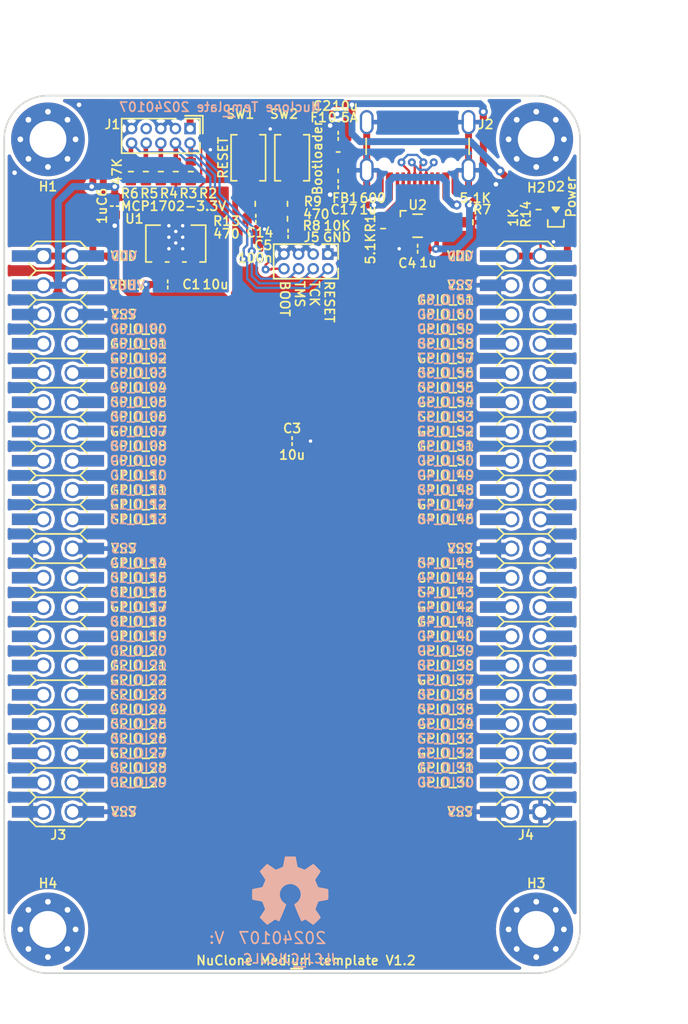
<source format=kicad_pcb>
(kicad_pcb (version 20221018) (generator pcbnew)
  (layers (0 "F.Cu" mixed) (31 "B.Cu" mixed) (34 "B.Paste" user) (35 "F.Paste" user) (36 "B.SilkS" user "B.Silkscreen") (37 "F.SilkS" user "F.Silkscreen") (38 "B.Mask" user) (39 "F.Mask" user) (44 "Edge.Cuts" user))
  (net 0 "")
  (net 1 "/VBUS")
  (net 2 "Net-(F1-Pad2)")
  (net 3 "/VDD")
  (net 4 "/VSS")
  (net 5 "Net-(D2-A)")
  (net 6 "/GPIO_28")
  (net 7 "/GPIO_29")
  (net 8 "/GPIO_32")
  (net 9 "/GPIO_31")
  (net 10 "/GPIO_30")
  (net 11 "/GPIO_35")
  (net 12 "/GPIO_34")
  (net 13 "/GPIO_33")
  (net 14 "/TMS")
  (net 15 "/TCK")
  (net 16 "/TDO")
  (net 17 "/TDI")
  (net 18 "/RESET")
  (net 19 "Net-(R13-Pad2)")
  (net 21 "Net-(C17-Pad2)")
  (net 22 "Net-(J2-CC1)")
  (net 24 "Net-(J2-CC2)")
  (net 26 "/Bootloader")
  (net 27 "/GPIO_20")
  (net 28 "/GPIO_23")
  (net 29 "/GPIO_27")
  (net 30 "/GPIO_16")
  (net 31 "/GPIO_21")
  (net 32 "/GPIO_19")
  (net 33 "/GPIO_17")
  (net 34 "/GPIO_18")
  (net 35 "/GPIO_15")
  (net 36 "/GPIO_14")
  (net 37 "/GPIO_22")
  (net 38 "/GPIO_24")
  (net 39 "/GPIO_25")
  (net 40 "/GPIO_26")
  (net 41 "/GPIO_13")
  (net 42 "/GPIO_12")
  (net 43 "/GPIO_11")
  (net 44 "/GPIO_10")
  (net 45 "/GPIO_09")
  (net 46 "/GPIO_08")
  (net 47 "/GPIO_07")
  (net 48 "/GPIO_06")
  (net 49 "/GPIO_05")
  (net 50 "/GPIO_04")
  (net 51 "/GPIO_03")
  (net 52 "/GPIO_02")
  (net 53 "/GPIO_01")
  (net 54 "/GPIO_00")
  (net 55 "/GPIO_41")
  (net 56 "/GPIO_40")
  (net 57 "/GPIO_39")
  (net 58 "/GPIO_38")
  (net 59 "/GPIO_37")
  (net 60 "/GPIO_36")
  (net 61 "/GPIO_45")
  (net 62 "/GPIO_44")
  (net 63 "/GPIO_43")
  (net 64 "/GPIO_42")
  (net 65 "/GPIO_61")
  (net 66 "/GPIO_60")
  (net 67 "/GPIO_59")
  (net 68 "/GPIO_58")
  (net 69 "/GPIO_57")
  (net 70 "/GPIO_56")
  (net 71 "/GPIO_55")
  (net 72 "/GPIO_54")
  (net 73 "/GPIO_53")
  (net 74 "/GPIO_52")
  (net 75 "/GPIO_51")
  (net 76 "/GPIO_50")
  (net 77 "/GPIO_49")
  (net 78 "/GPIO_48")
  (net 79 "/GPIO_47")
  (net 80 "/GPIO_46")
  (net 81 "/DN")
  (net 84 "/DP")
  (net 85 "Net-(R9-Pad2)")
  (footprint "SquantorPcbOutline:MountingHole_3.2mm_M3_Pad_Via" (layer "F.Cu") (at 63.9 64.8)
    (fp_text reference "H1")
    (fp_text value "MountingHole")
  )
  (footprint "SquantorPcbOutline:MountingHole_3.2mm_M3_Pad_Via" (layer "F.Cu") (at 106.3 64.8)
    (fp_text reference "H2")
    (fp_text value "MountingHole")
  )
  (footprint "SquantorPcbOutline:MountingHole_3.2mm_M3_Pad_Via" (layer "F.Cu") (at 106.3 133.4)
    (fp_text reference "H3")
    (fp_text value "MountingHole")
  )
  (footprint "SquantorPcbOutline:MountingHole_3.2mm_M3_Pad_Via" (layer "F.Cu") (at 63.9 133.4)
    (fp_text reference "H4")
    (fp_text value "MountingHole")
  )
  (footprint "SquantorCapacitor:C_0603" (layer "F.Cu") (at 89.1 64.5)
    (fp_text reference "C2")
    (fp_text value "10u")
  )
  (footprint "SquantorFuse:F_0603_hand" (layer "F.Cu") (at 89.1 65.9 180)
    (fp_text reference "F1")
    (fp_text value "0.5A")
  )
  (footprint "SquantorInductor:L_0603" (layer "F.Cu") (at 89.1 67.3)
    (fp_text reference "FB1")
    (fp_text value "600")
  )
  (footprint "SquantorConnectors:Header-0127-2X05-H006" (layer "F.Cu") (at 73.7 64.5 180)
    (fp_text reference "J1")
    (fp_text value "JTAG_2X05")
  )
  (footprint "SquantorSwitches:TD-85XU" (layer "F.Cu") (at 81.3 66.4 -90)
    (fp_text reference "SW1")
    (fp_text value "RESET")
  )
  (footprint "SquantorResistor:R_0603_hand" (layer "F.Cu") (at 93 72.55 90)
    (fp_text reference "R1")
    (fp_text value "5.1K")
  )
  (footprint "SquantorUsb:USB-C-HRO-31-M-12_aisler" (layer "F.Cu") (at 96 68.4 180)
    (fp_text reference "J2")
    (fp_text value "TYPE-C-31-M-12")
  )
  (footprint "SquantorResistor:R_0603_hand" (layer "F.Cu") (at 75 67.6 -90)
    (fp_text reference "R3")
    (fp_text value "47K")
  )
  (footprint "SquantorResistor:R_0603_hand" (layer "F.Cu") (at 72.4 67.6 -90)
    (fp_text reference "R5")
    (fp_text value "47K")
  )
  (footprint "SquantorResistor:R_0603_hand" (layer "F.Cu") (at 71.1 67.6 -90)
    (fp_text reference "R6")
    (fp_text value "47K")
  )
  (footprint "SquantorLabels:Label_Generic" (layer "F.Cu") (at 85.5 136.2)
    (fp_text reference "N4" hide)
    (fp_text value "NuClone Medium template V1.2")
  )
  (footprint "SquantorCapacitor:C_0603" (layer "F.Cu") (at 81.95 71.7 180)
    (fp_text reference "C14")
    (fp_text value "100n")
  )
  (footprint "SquantorResistor:R_0603_hand" (layer "F.Cu") (at 81.9 70.4)
    (fp_text reference "R13")
    (fp_text value "470")
  )
  (footprint "SquantorDiodes:LED_0603_hand" (layer "F.Cu") (at 108 70.9 90)
    (fp_text reference "D2")
    (fp_text value "GREEN")
  )
  (footprint "SquantorResistor:R_0603_hand" (layer "F.Cu") (at 106.5 70.9 -90)
    (fp_text reference "R14")
    (fp_text value "1K")
  )
  (footprint "SquantorConnectorsNamed:nuclone_medium_right_stacked" (layer "F.Cu") (at 105.41 99.06 90)
    (fp_text reference "J4")
    (fp_text value "nuclone_medium_right")
  )
  (footprint "SquantorCapacitor:C_0603" (layer "F.Cu") (at 89.1 68.7)
    (fp_text reference "C17")
    (fp_text value "1u")
  )
  (footprint "SquantorResistor:R_0603_hand" (layer "F.Cu") (at 100.8 72 180)
    (fp_text reference "R7")
    (fp_text value "5.1K")
  )
  (footprint "SquantorResistor:R_0603_hand" (layer "F.Cu") (at 84.7 71.7)
    (fp_text reference "R8")
    (fp_text value "10K")
  )
  (footprint "SquantorSwitches:TD-85XU" (layer "F.Cu") (at 85.1 66.4 -90)
    (fp_text reference "SW2")
    (fp_text value "Bootloader")
  )
  (footprint "SquantorResistor:R_0603_hand" (layer "F.Cu") (at 76.3 67.6 -90)
    (fp_text reference "R2")
    (fp_text value "47K")
  )
  (footprint "SquantorResistor:R_0603_hand" (layer "F.Cu") (at 73.7 67.6 -90)
    (fp_text reference "R4")
    (fp_text value "47K")
  )
  (footprint "SquantorCapacitor:C_0603" (layer "F.Cu") (at 85.1 91)
    (fp_text reference "C3")
    (fp_text value "10u")
  )
  (footprint "SquantorConnectorsNamed:nuclone_medium_left_stacked" (layer "F.Cu") (at 64.77 99.06 -90)
    (fp_text reference "J3")
    (fp_text value "nuclone_medium_left")
  )
  (footprint "SquantorIC:SOT89-NXP" (layer "F.Cu") (at 75 74.2)
    (fp_text reference "U1")
    (fp_text value "MCP1702-3.3V")
  )
  (footprint "SquantorCapacitor:C_0603" (layer "F.Cu") (at 74.3 77.4 180)
    (fp_text reference "C1")
    (fp_text value "10u")
  )
  (footprint "SquantorCapacitor:C_0603" (layer "F.Cu") (at 96 74.3 180)
    (fp_text reference "C4")
    (fp_text value "1u")
  )
  (footprint "SquantorIC:SOT363-ONsemi" (layer "F.Cu") (at 96 72.3)
    (fp_text reference "U2")
    (fp_text value "TPESD0504C6")
  )
  (footprint "SquantorCapacitor:C_0603" (layer "F.Cu") (at 84.75 73)
    (fp_text reference "C5")
    (fp_text value "100n")
  )
  (footprint "SquantorResistor:R_0603_hand" (layer "F.Cu") (at 84.7 70.4)
    (fp_text reference "R9")
    (fp_text value "470")
  )
  (footprint "SquantorCapacitor:C_0603" (layer "F.Cu") (at 69.7 70.6 90)
    (fp_text reference "C6")
    (fp_text value "1u")
  )
  (footprint "SquantorConnectors:Header-0127-2X04-H006" (layer "F.Cu") (at 86.3 75.4 180)
    (fp_text reference "J5")
    (fp_text value "Conn_02x06_Odd_Even")
  )
  (footprint "SquantorLabels:Label_version" (layer "B.Cu") (at 83.45 134.05)
    (fp_text reference "N2" hide)
    (fp_text value "20240107")
  )
  (footprint "Symbol:OSHW-Symbol_6.7x6mm_SilkScreen" (layer "B.Cu") (at 84.95 130.05 180)
    (fp_text reference "N1" hide)
    (fp_text value "OHWLOGO" hide)
  )
  (footprint "SquantorLabels:Label_Generic" (layer "B.Cu") (at 85.75 136.05 180)
    (fp_text reference "N3" hide)
    (fp_text value "JLCJLCJLCJLC")
  )
  (footprint "SquantorLabels:Label_Generic" (layer "B.Cu") (at 79.629 62.23 180)
    (fp_text reference "N5" hide)
    (fp_text value "Nuclone Template 20240107")
  )
  (gr_line (start 77.35 62.75) (end 75.8 62.75) (stroke (width 0.15)) (layer "F.SilkS"))
  (gr_line (start 77.35 62.75) (end 77.35 64.3) (stroke (width 0.15)) (layer "F.SilkS"))
  (gr_line (start 106.3 61) (end 63.9 61) (stroke (width 0.15)) (layer "Edge.Cuts"))
  (gr_arc (start 110.1 133.4) (mid 108.987006 136.087006) (end 106.3 137.2) (stroke (width 0.15)) (layer "Edge.Cuts"))
  (gr_arc (start 63.9 137.2) (mid 61.212994 136.087006) (end 60.1 133.4) (stroke (width 0.15)) (layer "Edge.Cuts"))
  (gr_arc (start 60.1 64.8) (mid 61.212994 62.112994) (end 63.9 61) (stroke (width 0.15)) (layer "Edge.Cuts"))
  (gr_arc (start 106.3 61) (mid 108.987006 62.112994) (end 110.1 64.8) (stroke (width 0.15)) (layer "Edge.Cuts"))
  (gr_line (start 110.1 133.4) (end 110.1 64.8) (stroke (width 0.15)) (layer "Edge.Cuts"))
  (gr_line (start 60.1 64.8) (end 60.1 133.4) (stroke (width 0.15)) (layer "Edge.Cuts"))
  (gr_line (start 63.9 137.2) (end 106.3 137.2) (stroke (width 0.15)) (layer "Edge.Cuts"))
  (gr_text "GND" (at 89 73.3) (layer "F.SilkS") (effects (font (size 0.8 0.8) (thickness 0.15) bold)))
  (gr_text "Power" (at 109.3 69.8 90) (layer "F.SilkS") (effects (font (size 0.8 0.8) (thickness 0.15) bold)))
  (gr_text "RESET\nTCK\nTMS\nBOOT" (at 84 77 270) (layer "F.SilkS") (effects (font (size 0.8 0.8) (thickness 0.15) bold) (justify left bottom)))
  (segment (start 90.2 61.7) (end 90.3 61.8) (width 0.6) (layer "F.Cu") (net 1))
  (segment (start 75 72.8) (end 75 72.9) (width 0.6) (layer "F.Cu") (net 1))
  (segment (start 69.7 61.7) (end 90.2 61.7) (width 0.6) (layer "F.Cu") (net 1))
  (segment (start 75 73.8) (end 75 73.6) (width 0.6) (layer "F.Cu") (net 1))
  (segment (start 100.5 70.5) (end 101.7 69.3) (width 0.6) (layer "F.Cu") (net 1))
  (segment (start 74.4 72.3) (end 74.9 72.8) (width 0.6) (layer "F.Cu") (net 1))
  (segment (start 67.8 68.8) (end 67.8 63.6) (width 0.6) (layer "F.Cu") (net 1))
  (segment (start 67.8 63.6) (end 69.7 61.7) (width 0.6) (layer "F.Cu") (net 1))
  (segment (start 97.566774 74.3) (end 96.75 74.3) (width 0.4) (layer "F.Cu") (net 1))
  (segment (start 90.3 62.6) (end 89.85 63.05) (width 0.6) (layer "F.Cu") (net 1))
  (segment (start 89.85 64.5) (end 89.85 65.9) (width 0.6) (layer "F.Cu") (net 1))
  (segment (start 74.4 73.3) (end 75 73.8) (width 0.6) (layer "F.Cu") (net 1))
  (segment (start 101.7 69.3) (end 101.7 62.4) (width 0.6) (layer "F.Cu") (net 1))
  (segment (start 74.9 72.8) (end 75 72.8) (width 0.6) (layer "F.Cu") (net 1))
  (segment (start 75 72.9) (end 75 72.9) (width 0.6) (layer "F.Cu") (net 1))
  (segment (start 97.577735 74.310961) (end 97.65 74.238696) (width 0.4) (layer "F.Cu") (net 1))
  (segment (start 90.3 61.8) (end 90.3 62.6) (width 0.6) (layer "F.Cu") (net 1))
  (segment (start 74.85 69.85) (end 75 70) (width 0.6) (layer "F.Cu") (net 1))
  (segment (start 69.7 69.85) (end 74.85 69.85) (width 0.6) (layer "F.Cu") (net 1))
  (segment (start 97.65 72.4) (end 97.55 72.3) (width 0.4) (layer "F.Cu") (net 1))
  (segment (start 75 70) (end 75 72.8) (width 0.6) (layer "F.Cu") (net 1))
  (segment (start 89.85 63.05) (end 89.85 64.5) (width 0.6) (layer "F.Cu") (net 1))
  (segment (start 97.577735 74.310961) (end 97.566774 74.3) (width 0.4) (layer "F.Cu") (net 1))
  (segment (start 75 72.9) (end 74.4 73.3) (width 0.6) (layer "F.Cu") (net 1))
  (segment (start 97.65 74.238696) (end 97.65 72.4) (width 0.4) (layer "F.Cu") (net 1))
  (segment (start 67.7 68.9) (end 67.8 68.8) (width 0.6) (layer "F.Cu") (net 1))
  (segment (start 69.7 68.9) (end 69.7 69.85) (width 0.6) (layer "F.Cu") (net 1))
  (segment (start 97.55 72.3) (end 96.92 72.3) (width 0.4) (layer "F.Cu") (net 1))
  (via (at 97.577735 74.310961) (size 0.7) (drill 0.3) (layers "F.Cu" "B.Cu") (net 1))
  (via (at 75 72.8) (size 0.7) (drill 0.3) (layers "F.Cu" "B.Cu") (net 1))
  (via (at 75 73.8) (size 0.7) (drill 0.3) (layers "F.Cu" "B.Cu") (net 1))
  (via (at 101.7 62.4) (size 0.8) (drill 0.4) (layers "F.Cu" "B.Cu") (net 1))
  (via (at 74.4 72.3) (size 0.7) (drill 0.3) (layers "F.Cu" "B.Cu") (net 1))
  (via (at 90.3 61.8) (size 0.8) (drill 0.4) (layers "F.Cu" "B.Cu") (net 1))
  (via (at 75.6 73.3) (size 0.7) (drill 0.3) (layers "F.Cu" "B.Cu") (net 1))
  (via (at 67.7 68.9) (size 0.8) (drill 0.4) (layers "F.Cu" "B.Cu") (net 1))
  (via (at 75.6 74.3) (size 0.7) (drill 0.3) (layers "F.Cu" "B.Cu") (net 1))
  (via (at 74.4 74.3) (size 0.7) (drill 0.3) (layers "F.Cu" "B.Cu") (net 1))
  (via (at 69.7 68.9) (size 0.8) (drill 0.4) (layers "F.Cu" "B.Cu") (net 1))
  (via (at 75.6 72.3) (size 0.7) (drill 0.3) (layers "F.Cu" "B.Cu") (net 1))
  (via (at 100.5 70.5) (size 0.8) (drill 0.4) (layers "F.Cu" "B.Cu") (net 1))
  (via (at 74.4 73.3) (size 0.7) (drill 0.3) (layers "F.Cu" "B.Cu") (net 1))
  (segment (start 67.7 68.9) (end 66.1 68.9) (width 0.6) (layer "B.Cu") (net 1))
  (segment (start 66.1 68.9) (end 64.8 70.2) (width 0.6) (layer "B.Cu") (net 1))
  (segment (start 64.8 77.47) (end 66.04 77.47) (width 0.6) (layer "B.Cu") (net 1))
  (segment (start 63.5 77.47) (end 64.8 77.47) (width 0.6) (layer "B.Cu") (net 1))
  (segment (start 67.7 68.9) (end 69.7 68.9) (width 0.6) (layer "B.Cu") (net 1))
  (segment (start 90.3 61.8) (end 90.4 61.7) (width 0.6) (layer "B.Cu") (net 1))
  (segment (start 64.8 70.2) (end 64.8 77.47) (width 0.6) (layer "B.Cu") (net 1))
  (segment (start 90.4 61.7) (end 101.4 61.7) (width 0.6) (layer "B.Cu") (net 1))
  (segment (start 100.5 70.5) (end 100.5 73.2) (width 0.6) (layer "B.Cu") (net 1))
  (segment (start 100.5 73.2) (end 99.389039 74.310961) (width 0.6) (layer "B.Cu") (net 1))
  (segment (start 99.389039 74.310961) (end 97.577735 74.310961) (width 0.6) (layer "B.Cu") (net 1))
  (segment (start 101.4 61.7) (end 101.7 62) (width 0.6) (layer "B.Cu") (net 1))
  (segment (start 101.7 62) (end 101.7 62.4) (width 0.6) (layer "B.Cu") (net 1))
  (segment (start 67.03 77.47) (end 66.04 77.47) (width 0.6) (layer "B.Cu") (net 1))
  (segment (start 67.1 77.4) (end 67.03 77.47) (width 0.6) (layer "B.Cu") (net 1))
  (segment (start 88.35 67.3) (end 88.35 65.9) (width 0.6) (layer "F.Cu") (net 2))
  (segment (start 68.9 68.1) (end 70.2 68.1) (width 0.2) (layer "F.Cu") (net 3))
  (segment (start 86.1 71.7) (end 85.55 71.7) (width 0.6) (layer "F.Cu") (net 3))
  (segment (start 76.5 76.8) (end 75.9 77.4) (width 0.6) (layer "F.Cu") (net 3))
  (segment (start 76.85 68.45) (end 77.2 68.1) (width 0.2) (layer "F.Cu") (net 3))
  (segment (start 76.3 68.45) (end 76.85 68.45) (width 0.2) (layer "F.Cu") (net 3))
  (segment (start 106.68 73.98) (end 106.68 74.93) (width 0.2) (layer "F.Cu") (net 3))
  (segment (start 79.1 78.4) (end 84.35 83.65) (width 0.6) (layer "F.Cu") (net 3))
  (segment (start 76.5 75.95) (end 76.5 76.8) (width 0.6) (layer "F.Cu") (net 3))
  (segment (start 75 78.4) (end 79.1 78.4) (width 0.6) (layer "F.Cu") (net 3))
  (segment (start 84.35 83.65) (end 84.35 91) (width 0.6) (layer "F.Cu") (net 3))
  (segment (start 76.24 63.865) (end 76.24 62.64) (width 0.6) (layer "F.Cu") (net 3))
  (segment (start 77.2 62.6) (end 76.2 62.6) (width 0.6) (layer "F.Cu") (net 3))
  (segment (start 106.68 74.93) (end 104.14 74.93) (width 0.6) (layer "F.Cu") (net 3))
  (segment (start 68.7 64) (end 70.1 62.6) (width 0.6) (layer "F.Cu") (net 3))
  (segment (start 68.7 67.9) (end 68.7 64) (width 0.6) (layer "F.Cu") (net 3))
  (segment (start 70.1 62.6) (end 76.2 62.6) (width 0.6) (layer "F.Cu") (net 3))
  (segment (start 108.97 74.93) (end 109 74.9) (width 0.6) (layer "F.Cu") (net 3))
  (segment (start 69.8 77) (end 69.8 75.7) (width 0.6) (layer "F.Cu") (net 3))
  (segment (start 72.4 68.45) (end 71.1 68.45) (width 0.2) (layer "F.Cu") (net 3))
  (segment (start 70.2 68.1) (end 70.55 68.45) (width 0.2) (layer "F.Cu") (net 3))
  (segment (start 68.7 67.9) (end 68.9 68.1) (width 0.2) (layer "F.Cu") (net 3))
  (segment (start 71.2 78.4) (end 69.8 77) (width 0.6) (layer "F.Cu") (net 3))
  (segment (start 67.8 74.93) (end 67.12 74.93) (width 0.6) (layer "F.Cu") (net 3))
  (segment (start 107.76 74.93) (end 108.97 74.93) (width 0.6) (layer "F.Cu") (net 3))
  (segment (start 68.7 67.9) (end 68.7 70.3) (width 0.6) (layer "F.Cu") (net 3))
  (segment (start 89 62.6) (end 87.1 62.6) (width 0.6) (layer "F.Cu") (net 3))
  (segment (start 87.4 62.6) (end 87.4 70.4) (width 0.6) (layer "F.Cu") (net 3))
  (segment (start 76.24 62.64) (end 76.2 62.6) (width 0.6) (layer "F.Cu") (net 3))
  (segment (start 70.55 68.45) (end 71.1 68.45) (width 0.2) (layer "F.Cu") (net 3))
  (segment (start 68.7 70.3) (end 67.8 71.2) (width 0.6) (layer "F.Cu") (net 3))
  (segment (start 104.5 68.9) (end 103.15 67.55) (width 0.6) (layer "F.Cu") (net 3))
  (segment (start 106.5 71.75) (end 106.5 73.8) (width 0.2) (layer "F.Cu") (net 3))
  (segment (start 106.5 73.8) (end 106.68 73.98) (width 0.2) (layer "F.Cu") (net 3))
  (segment (start 109 74.9) (end 109 73.8) (width 0.6) (layer "F.Cu") (net 3))
  (segment (start 109.2 69.2) (end 108.9 68.9) (width 0.6) (layer "F.Cu") (net 3))
  (segment (start 75 78.4) (end 71.2 78.4) (width 0.6) (layer "F.Cu") (net 3))
  (segment (start 73.7 68.45) (end 72.4 68.45) (width 0.2) (layer "F.Cu") (net 3))
  (segment (start 67.8 71.2) (end 67.8 74.93) (width 0.6) (layer "F.Cu") (net 3))
  (segment (start 75.05 78.35) (end 75 78.4) (width 0.6) (layer "F.Cu") (net 3))
  (segment (start 87.4 70.4) (end 86.1 71.7) (width 0.6) (layer "F.Cu") (net 3))
  (segment (start 69.03 74.93) (end 67.12 74.93) (width 0.6) (layer "F.Cu") (net 3))
  (segment (start 108.9 68.9) (end 104.5 68.9) (width 0.6) (layer "F.Cu") (net 3))
  (segment (start 109 73.8) (end 109.2 73.6) (width 0.6) (layer "F.Cu") (net 3))
  (segment (start 75.05 77.4) (end 75.05 78.35) (width 0.6) (layer "F.Cu") (net 3))
  (segment (start 87.1 62.6) (end 77.2 62.6) (width 0.6) (layer "F.Cu") (net 3))
  (segment (start 62.42 74.93) (end 66.04 74.93) (width 0.6) (layer "F.Cu") (net 3))
  (segment (start 77.2 68.1) (end 77.2 62.6) (width 0.2) (layer "F.Cu") (net 3))
  (segment (start 75.9 77.4) (end 75.05 77.4) (width 0.6) (layer "F.Cu") (net 3))
  (segment (start 69.8 75.7) (end 69.03 74.93) (width 0.6) (layer "F.Cu") (net 3))
  (segment (start 109.2 73.6) (end 109.2 69.2) (width 0.6) (layer "F.Cu") (net 3))
  (via (at 103.15 67.55) (size 0.8) (drill 0.4) (layers "F.Cu" "B.Cu") (net 3))
  (via (at 89 62.6) (size 0.8) (drill 0.4) (layers "F.Cu" "B.Cu") (net 3))
  (segment (start 89.8 62.6) (end 89 62.6) (width 0.6) (layer "B.Cu") (net 3))
  (segment (start 103.15 67.55) (end 100.6 65) (width 0.6) (layer "B.Cu") (net 3))
  (segment (start 90.3 63.1) (end 89.8 62.6) (width 0.6) (layer "B.Cu") (net 3))
  (segment (start 90.3 64.3) (end 90.3 63.1) (width 0.6) (layer "B.Cu") (net 3))
  (segment (start 91 65) (end 90.3 64.3) (width 0.6) (layer "B.Cu") (net 3))
  (segment (start 100.6 65) (end 91 65) (width 0.6) (layer "B.Cu") (net 3))
  (segment (start 92.6 69.5) (end 91.7 69.5) (width 0.6) (layer "F.Cu") (net 4))
  (segment (start 84.7 63.9) (end 83.2 63.9) (width 0.4) (layer "F.Cu") (net 4))
  (segment (start 88.35 68.7) (end 88.35 69.55) (width 0.6) (layer "F.Cu") (net 4))
  (segment (start 94.4 74.3) (end 95.25 74.3) (width 0.4) (layer "F.Cu") (net 4))
  (segment (start 88.35 69.55) (end 88.4 69.6) (width 0.6) (layer "F.Cu") (net 4))
  (segment (start 92.75 68.4) (end 92.75 69.35) (width 0.6) (layer "F.Cu") (net 4))
  (segment (start 100.2 69.5) (end 100.42 69.28) (width 0.6) (layer "F.Cu") (net 4))
  (segment (start 69.7 71.35) (end 69.7 72.3) (width 0.2) (layer "F.Cu") (net 4))
  (segment (start 99.4 69.5) (end 100.2 69.5) (width 0.6) (layer "F.Cu") (net 4))
  (segment (start 94.35 72.55) (end 94.6 72.3) (width 0.4) (layer "F.Cu") (net 4))
  (segment (start 78 68) (end 78 65.7) (width 0.2) (layer "F.Cu") (net 4))
  (segment (start 82.7 72.6) (end 82.7 71.7) (width 0.2) (layer "F.Cu") (net 4))
  (segment (start 94.4 74.3) (end 94.35 74.25) (width 0.4) (layer "F.Cu") (net 4))
  (segment (start 92.75 69.35) (end 92.6 69.5) (width 0.6) (layer "F.Cu") (net 4))
  (segment (start 99.25 69.35) (end 99.4 69.5) (width 0.6) (layer "F.Cu") (net 4))
  (segment (start 94.6 72.3) (end 95.08 72.3) (width 0.4) (layer "F.Cu") (net 4))
  (segment (start 73.5 75.95) (end 73.5 77.35) (width 0.6) (layer "F.Cu") (net 4))
  (segment (start 91.7 69.5) (end 91.58 69.38) (width 0.6) (layer "F.Cu") (net 4))
  (segment (start 75 68.9) (end 75.2 69.1) (width 0.2) (layer "F.Cu") (net 4))
  (segment (start 75.2 69.1) (end 76.9 69.1) (width 0.2) (layer "F.Cu") (net 4))
  (segment (start 88.4 63.6) (end 88.35 63.65) (width 0.6) (layer "F.Cu") (net 4))
  (segment (start 88.35 63.65) (end 88.35 64.5) (width 0.6) (layer "F.Cu") (net 4))
  (segment (start 100.42 63.305) (end 100.42 67.485) (width 0.6) (layer "F.Cu") (net 4))
  (segment (start 81.3 63.9) (end 83.2 63.9) (width 0.4) (layer "F.Cu") (net 4))
  (segment (start 100.42 69.28) (end 100.42 67.485) (width 0.6) (layer "F.Cu") (net 4))
  (segment (start 94.35 74.25) (end 94.35 72.55) (width 0.4) (layer "F.Cu") (net 4))
  (segment (start 91.58 63.305) (end 91.58 67.485) (width 0.6) (layer "F.Cu") (net 4))
  (segment (start 75 68.45) (end 75 68.9) (width 0.2) (layer "F.Cu") (net 4))
  (segment (start 76.9 69.1) (end 78 68) (width 0.2) (layer "F.Cu") (net 4))
  (segment (start 73.5 77.35) (end 73.55 77.4) (width 0.6) (layer "F.Cu") (net 4))
  (segment (start 91.58 69.38) (end 91.58 67.485) (width 0.6) (layer "F.Cu") (net 4))
  (segment (start 99.25 68.4) (end 99.25 69.35) (width 0.6) (layer "F.Cu") (net 4))
  (segment (start 72.4 77.4) (end 73.55 77.4) (width 0.6) (layer "F.Cu") (net 4))
  (via (at 83.2 63.9) (size 0.7) (drill 0.3) (layers "F.Cu" "B.Cu") (net 4))
  (via (at 102.8 68.7) (size 0.8) (drill 0.4) (layers "F.Cu" "B.Cu") (net 4))
  (via (at 61 67.7) (size 0.8) (drill 0.4) (layers "F.Cu" "B.Cu") (net 4))
  (via (at 107.8 73.7) (size 0.7) (drill 0.3) (layers "F.Cu" "B.Cu") (net 4))
  (via (at 69.7 72.3) (size 0.8) (drill 0.4) (layers "F.Cu" "B.Cu") (net 4))
  (via (at 94.4 74.3) (size 0.7) (drill 0.3) (layers "F.Cu" "B.Cu") (net 4))
  (via (at 86.7 91) (size 0.7) (drill 0.3) (layers "F.Cu" "B.Cu") (net 4))
  (via (at 88.4 63.6) (size 0.8) (drill 0.4) (layers "F.Cu" "B.Cu") (net 4))
  (via (at 66.6 61.8) (size 0.8) (drill 0.4) (layers "F.Cu" "B.Cu") (net 4))
  (via (at 78 65.7) (size 0.7) (drill 0.3) (layers "F.Cu" "B.Cu") (net 4))
  (via (at 82.7 72.6) (size 0.7) (drill 0.3) (layers "F.Cu" "B.Cu") (net 4))
  (via (at 88.4 69.6) (size 0.8) (drill 0.4) (layers "F.Cu" "B.Cu") (net 4))
  (via (at 72.4 77.4) (size 0.7) (drill 0.3) (layers "F.Cu" "B.Cu") (net 4))
  (segment (start 72.4 79.4) (end 72.4 77.4) (width 0.6) (layer "B.Cu") (net 4))
  (segment (start 71.79 80.01) (end 72.4 79.4) (width 0.6) (layer "B.Cu") (net 4))
  (segment (start 66.04 80.01) (end 71.79 80.01) (width 0.6) (layer "B.Cu") (net 4))
  (segment (start 106.5 70.05) (end 108 70.05) (width 0.2) (layer "F.Cu") (net 5))
  (segment (start 76.3 65.195) (end 76.24 65.135) (width 0.4) (layer "F.Cu") (net 14))
  (segment (start 76.3 66.75) (end 76.3 65.195) (width 0.4) (layer "F.Cu") (net 14))
  (via (at 82.3 75.2) (size 0.7) (drill 0.3) (layers "F.Cu" "B.Cu") (net 14))
  (segment (start 78.8 67.734314) (end 76.865685 65.8) (width 0.2) (layer "B.Cu") (net 14))
  (segment (start 82 73.980761) (end 82 72.734314) (width 0.2) (layer "B.Cu") (net 14))
  (segment (start 76.865685 65.8) (end 76.24 65.8) (width 0.2) (layer "B.Cu") (net 14))
  (segment (start 82.3 75.2) (end 82.3 74.280761) (width 0.2) (layer "B.Cu") (net 14))
  (segment (start 82 72.734314) (end 78.8 69.534314) (width 0.2) (layer "B.Cu") (net 14))
  (segment (start 78.8 69.534314) (end 78.8 67.734314) (width 0.2) (layer "B.Cu") (net 14))
  (segment (start 82.4 76.9) (end 82 76.5) (width 0.2) (layer "B.Cu") (net 14))
  (segment (start 82.3 74.280761) (end 82 73.980761) (width 0.2) (layer "B.Cu") (net 14))
  (segment (start 82 76.5) (end 82 75.5) (width 0.2) (layer "B.Cu") (net 14))
  (segment (start 84.8 76.9) (end 82.4 76.9) (width 0.2) (layer "B.Cu") (net 14))
  (segment (start 85.665 76.035) (end 84.8 76.9) (width 0.2) (layer "B.Cu") (net 14))
  (segment (start 76.24 65.8) (end 76.24 65.135) (width 0.2) (layer "B.Cu") (net 14))
  (segment (start 82 75.5) (end 82.3 75.2) (width 0.2) (layer "B.Cu") (net 14))
  (segment (start 75 66.75) (end 75 65.165) (width 0.4) (layer "F.Cu") (net 15))
  (segment (start 75 65.165) (end 74.97 65.135) (width 0.4) (layer "F.Cu") (net 15))
  (via (at 81.6 74.5) (size 0.7) (drill 0.3) (layers "F.Cu" "B.Cu") (net 15))
  (segment (start 76.7 66.2) (end 76.035 66.2) (width 0.2) (layer "B.Cu") (net 15))
  (segment (start 81.6 74.5) (end 81.6 72.9) (width 0.2) (layer "B.Cu") (net 15))
  (segment (start 85.67 77.3) (end 82.234314 77.3) (width 0.2) (layer "B.Cu") (net 15))
  (segment (start 81.6 76.665685) (end 81.6 74.5) (width 0.2) (layer "B.Cu") (net 15))
  (segment (start 81.6 72.9) (end 78.4 69.7) (width 0.2) (layer "B.Cu") (net 15))
  (segment (start 78.4 69.7) (end 78.4 67.9) (width 0.2) (layer "B.Cu") (net 15))
  (segment (start 82.234314 77.3) (end 81.6 76.665685) (width 0.2) (layer "B.Cu") (net 15))
  (segment (start 78.4 67.9) (end 76.7 66.2) (width 0.2) (layer "B.Cu") (net 15))
  (segment (start 76.035 66.2) (end 74.97 65.135) (width 0.2) (layer "B.Cu") (net 15))
  (segment (start 86.935 76.035) (end 85.67 77.3) (width 0.2) (layer "B.Cu") (net 15))
  (segment (start 73.7 66.75) (end 73.7 65.135) (width 0.4) (layer "F.Cu") (net 16))
  (segment (start 72.4 65.165) (end 72.43 65.135) (width 0.4) (layer "F.Cu") (net 17))
  (segment (start 72.4 66.75) (end 72.4 65.165) (width 0.4) (layer "F.Cu") (net 17))
  (segment (start 81.2 73.980761) (end 81.2 71.7) (width 0.2) (layer "F.Cu") (net 18))
  (segment (start 71.1 66.75) (end 71.1 65.195) (width 0.4) (layer "F.Cu") (net 18))
  (segment (start 81.05 70.4) (end 81.05 71.55) (width 0.2) (layer "F.Cu") (net 18))
  (segment (start 80.9 74.280761) (end 81.2 73.980761) (width 0.2) (layer "F.Cu") (net 18))
  (segment (start 71.1 65.195) (end 71.16 65.135) (width 0.4) (layer "F.Cu") (net 18))
  (segment (start 81.05 71.55) (end 81.2 71.7) (width 0.2) (layer "F.Cu") (net 18))
  (segment (start 80.9 75.2) (end 80.9 74.280761) (width 0.2) (layer "F.Cu") (net 18))
  (via (at 80.9 75.2) (size 0.7) (drill 0.3) (layers "F.Cu" "B.Cu") (net 18))
  (segment (start 75.869314 66.6) (end 75.204314 65.935) (width 0.2) (layer "B.Cu") (net 18))
  (segment (start 80.9 74.280761) (end 81.2 73.980761) (width 0.2) (layer "B.Cu") (net 18))
  (segment (start 88.205 76.035) (end 86.54 77.7) (width 0.2) (layer "B.Cu") (net 18))
  (segment (start 80.9 75.2) (end 80.9 74.280761) (width 0.2) (layer "B.Cu") (net 18))
  (segment (start 75.204314 65.935) (end 71.96 65.935) (width 0.2) (layer "B.Cu") (net 18))
  (segment (start 71.96 65.935) (end 71.16 65.135) (width 0.2) (layer "B.Cu") (net 18))
  (segment (start 86.54 77.7) (end 82 77.7) (width 0.2) (layer "B.Cu") (net 18))
  (segment (start 81.2 73.065685) (end 78 69.865685) (width 0.2) (layer "B.Cu") (net 18))
  (segment (start 81.2 75.5) (end 80.9 75.2) (width 0.2) (layer "B.Cu") (net 18))
  (segment (start 76.534314 66.6) (end 75.869314 66.6) (width 0.2) (layer "B.Cu") (net 18))
  (segment (start 81.2 76.9) (end 81.2 75.5) (width 0.2) (layer "B.Cu") (net 18))
  (segment (start 78 69.865685) (end 78 68.065686) (width 0.2) (layer "B.Cu") (net 18))
  (segment (start 78 68.065686) (end 76.534314 66.6) (width 0.2) (layer "B.Cu") (net 18))
  (segment (start 82 77.7) (end 81.2 76.9) (width 0.2) (layer "B.Cu") (net 18))
  (segment (start 81.2 73.980761) (end 81.2 73.065685) (width 0.2) (layer "B.Cu") (net 18))
  (segment (start 81.3 68.9) (end 82.2 68.9) (width 0.2) (layer "F.Cu") (net 19))
  (segment (start 82.75 69.45) (end 82.75 70.4) (width 0.2) (layer "F.Cu") (net 19))
  (segment (start 82.2 68.9) (end 82.75 69.45) (width 0.2) (layer "F.Cu") (net 19))
  (segment (start 92.2 70.5) (end 93 70.5) (width 0.6) (layer "F.Cu") (net 21))
  (segment (start 92.2 70.5) (end 90.9 70.5) (width 0.6) (layer "F.Cu") (net 21))
  (segment (start 89.85 68.7) (end 89.85 67.3) (width 0.6) (layer "F.Cu") (net 21))
  (segment (start 98.45 69.85) (end 98.45 68.4) (width 0.6) (layer "F.Cu") (net 21))
  (segment (start 93 70.5) (end 93.55 69.95) (width 0.6) (layer "F.Cu") (net 21))
  (segment (start 99.1 70.5) (end 98.45 69.85) (width 0.6) (layer "F.Cu") (net 21))
  (segment (start 99.4 70.5) (end 99.1 70.5) (width 0.6) (layer "F.Cu") (net 21))
  (segment (start 89.85 69.45) (end 89.85 68.7) (width 0.6) (layer "F.Cu") (net 21))
  (segment (start 93.55 69.95) (end 93.55 68.4) (width 0.6) (layer "F.Cu") (net 21))
  (segment (start 90.9 70.5) (end 89.85 69.45) (width 0.6) (layer "F.Cu") (net 21))
  (via (at 92.2 70.5) (size 0.8) (drill 0.4) (layers "F.Cu" "B.Cu") (net 21))
  (via (at 99.4 70.5) (size 0.8) (drill 0.4) (layers "F.Cu" "B.Cu") (net 21))
  (segment (start 93.5 68.5) (end 93.9 68.1) (width 0.6) (layer "B.Cu") (net 21))
  (segment (start 93.9 68.1) (end 98.1 68.1) (width 0.6) (layer "B.Cu") (net 21))
  (segment (start 93.5 70) (end 93.5 68.5) (width 0.6) (layer "B.Cu") (net 21))
  (segment (start 93 70.5) (end 93.5 70) (width 0.6) (layer "B.Cu") (net 21))
  (segment (start 92.2 70.5) (end 93 70.5) (width 0.6) (layer "B.Cu") (net 21))
  (segment (start 98.1 68.1) (end 98.5 68.5) (width 0.6) (layer "B.Cu") (net 21))
  (segment (start 98.5 69.9) (end 99.1 70.5) (width 0.6) (layer "B.Cu") (net 21))
  (segment (start 99.1 70.5) (end 99.4 70.5) (width 0.6) (layer "B.Cu") (net 21))
  (segment (start 98.5 68.5) (end 98.5 69.9) (width 0.6) (layer "B.Cu") (net 21))
  (segment (start 99.5 72) (end 99.95 72) (width 0.2) (layer "F.Cu") (net 22))
  (segment (start 97.25 68.4) (end 97.25 69.75) (width 0.2) (layer "F.Cu") (net 22))
  (segment (start 97.25 69.75) (end 99.5 72) (width 0.2) (layer "F.Cu") (net 22))
  (segment (start 93 71.4) (end 93 71.7) (width 0.2) (layer "F.Cu") (net 24))
  (segment (start 94.25 68.4) (end 94.25 70.15) (width 0.2) (layer "F.Cu") (net 24))
  (segment (start 94.25 68.4) (end 94.2 68.45) (width 0.2) (layer "F.Cu") (net 24))
  (segment (start 94.25 70.15) (end 93 71.4) (width 0.2) (layer "F.Cu") (net 24))
  (segment (start 83.335 76.035) (end 83.27 76.1) (width 0.2) (layer "F.Cu") (net 26))
  (segment (start 83.27 76.1) (end 82.8 76.1) (width 0.2) (layer "F.Cu") (net 26))
  (segment (start 83.85 71.7) (end 83.85 72.85) (width 0.2) (layer "F.Cu") (net 26))
  (segment (start 83.85 72.85) (end 84 73) (width 0.2) (layer "F.Cu") (net 26))
  (segment (start 83.335 76.035) (end 84.395 76.035) (width 0.2) (layer "F.Cu") (net 26))
  (segment (start 82.8 76.1) (end 82.8 75.7) (width 0.2) (layer "F.Cu") (net 26))
  (segment (start 83.85 70.4) (end 83.85 71.7) (width 0.2) (layer "F.Cu") (net 26))
  (segment (start 83 75.5) (end 83 74) (width 0.2) (layer "F.Cu") (net 26))
  (segment (start 84 73) (end 83 74) (width 0.2) (layer "F.Cu") (net 26))
  (segment (start 82.8 75.7) (end 83 75.5) (width 0.2) (layer "F.Cu") (net 26))
  (via (at 82.8 76.1) (size 0.7) (drill 0.3) (layers "F.Cu" "B.Cu") (net 26))
  (segment (start 95.75 68.4) (end 95.75 67.05) (width 0.2) (layer "F.Cu") (net 81))
  (segment (start 95.75 67.05) (end 95.5 66.8) (width 0.2) (layer "F.Cu") (net 81))
  (segment (start 97.399503 66.900497) (end 96.75 67.55) (width 0.2) (layer "F.Cu") (net 81))
  (segment (start 95.75 68.4) (end 95.75 69.4) (width 0.2) (layer "F.Cu") (net 81))
  (segment (start 97.399503 66.8) (end 97.399503 66.900497) (width 0.2) (layer "F.Cu") (net 81))
  (segment (start 95.75 69.4) (end 95.65 69.5) (width 0.2) (layer "F.Cu") (net 81))
  (segment (start 96.75 67.55) (end 96.75 68.4) (width 0.2) (layer "F.Cu") (net 81))
  (segment (start 95.08 71.154999) (end 95.08 71.65) (width 0.2) (layer "F.Cu") (net 81))
  (segment (start 95.65 70.584999) (end 95.08 71.154999) (width 0.2) (layer "F.Cu") (net 81))
  (segment (start 95.65 69.5) (end 95.65 70.584999) (width 0.2) (layer "F.Cu") (net 81))
  (via (at 95.5 66.8) (size 0.7) (drill 0.3) (layers "F.Cu" "B.Cu") (net 81))
  (via (at 97.399503 66.8) (size 0.7) (drill 0.3) (layers "F.Cu" "B.Cu") (net 81))
  (segment (start 96.85 67.45) (end 97.399503 66.900497) (width 0.2) (layer "B.Cu") (net 81))
  (segment (start 97.399503 66.900497) (end 97.399503 66.8) (width 0.2) (layer "B.Cu") (net 81))
  (segment (start 95.5 66.8) (end 96.15 67.45) (width 0.2) (layer "B.Cu") (net 81))
  (segment (start 96.15 67.45) (end 96.85 67.45) (width 0.2) (layer "B.Cu") (net 81))
  (segment (start 96.25 69.4) (end 96.35 69.5) (width 0.2) (layer "F.Cu") (net 84))
  (segment (start 96.35 70.584999) (end 96.92 71.154999) (width 0.2) (layer "F.Cu") (net 84))
  (segment (start 96.25 68.4) (end 96.25 69.4) (width 0.2) (layer "F.Cu") (net 84))
  (segment (start 94.600497 66.900497) (end 95.25 67.55) (width 0.2) (layer "F.Cu") (net 84))
  (segment (start 96.35 69.5) (end 96.35 70.584999) (width 0.2) (layer "F.Cu") (net 84))
  (segment (start 96.25 68.4) (end 96.25 67.05) (width 0.2) (layer "F.Cu") (net 84))
  (segment (start 95.25 67.55) (end 95.25 68.4) (width 0.2) (layer "F.Cu") (net 84))
  (segment (start 95.25 68.4) (end 95.25 68.85) (width 0.2) (layer "F.Cu") (net 84))
  (segment (start 95.25 68.6) (end 95.25 68.85) (width 0.2) (layer "F.Cu") (net 84))
  (segment (start 96.25 67.05) (end 96.5 66.8) (width 0.2) (layer "F.Cu") (net 84))
  (segment (start 94.600497 66.8) (end 94.600497 66.900497) (width 0.2) (layer "F.Cu") (net 84))
  (segment (start 96.92 71.154999) (end 96.92 71.65) (width 0.2) (layer "F.Cu") (net 84))
  (via (at 94.600497 66.8) (size 0.7) (drill 0.3) (layers "F.Cu" "B.Cu") (net 84))
  (via (at 96.5 66.8) (size 0.7) (drill 0.3) (layers "F.Cu" "B.Cu") (net 84))
  (segment (start 94.600497 66.694693) (end 95.14519 66.15) (width 0.2) (layer "B.Cu") (net 84))
  (segment (start 94.600497 66.8) (end 94.600497 66.694693) (width 0.2) (layer "B.Cu") (net 84))
  (segment (start 95.95 66.15) (end 96.5 66.7) (width 0.2) (layer "B.Cu") (net 84))
  (segment (start 96.5 66.7) (end 96.5 66.8) (width 0.2) (layer "B.Cu") (net 84))
  (segment (start 95.14519 66.15) (end 95.95 66.15) (width 0.2) (layer "B.Cu") (net 84))
  (segment (start 85.5 68.9) (end 85.55 68.95) (width 0.2) (layer "F.Cu") (net 85))
  (segment (start 85.1 68.9) (end 85.5 68.9) (width 0.2) (layer "F.Cu") (net 85))
  (segment (start 85.55 68.95) (end 85.55 70.4) (width 0.2) (layer "F.Cu") (net 85))
  (zone (net 4) (net_name "/VSS") (layer "F.Cu") (connect_pads (clearance 0.3)) (min_thickness 0.3) (fill yes (thermal_gap 0.3) (thermal_bridge_width 0.4))
    (polygon (pts (xy 110.1 137.2) (xy 60.1 137.2) (xy 60.1 61) (xy 110.1 61)))
  )
  (zone (net 0) (net_name "") (layer "F.Cu") (connect_pads (clearance 0)) (min_thickness 0.254)
    (keepout (tracks allowed) (vias allowed) (pads allowed) (copperpour not_allowed) (footprints allowed))
    (fill (thermal_gap 0.508) (thermal_bridge_width 0.508))
    (polygon (pts (xy 101.2 69.5) (xy 90.8 69.5) (xy 90.8 60.7) (xy 101.2 60.7)))
  )
  (zone (net 1) (net_name "/VBUS") (layers "F&B.Cu") (priority 1) (connect_pads (clearance 0.3)) (min_thickness 0.2) (fill yes (thermal_gap 0.2) (thermal_bridge_width 0.4))
    (polygon (pts (xy 79.6 68.9) (xy 79.6 78.1) (xy 70.4 78.1) (xy 70.4 68.9)))
  )
  (zone (net 4) (net_name "/VSS") (layer "B.Cu") (connect_pads (clearance 0.3)) (min_thickness 0.3) (fill yes (thermal_gap 0.3) (thermal_bridge_width 0.4))
    (polygon (pts (xy 60.1 61) (xy 110.1 61) (xy 110.1 137.2) (xy 60.1 137.2)))
  )
)
</source>
